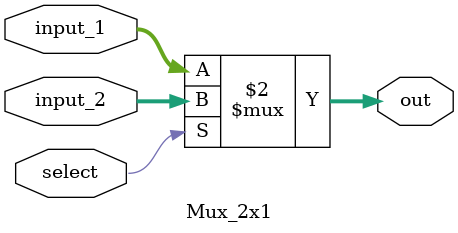
<source format=v>
module Mux_2x1(input_1, input_2, select, out);
input [31:0] input_1, input_2;
input select;
output [31:0] out;


	assign out 	= select==1'b0 ? input_1 : input_2;

endmodule
</source>
